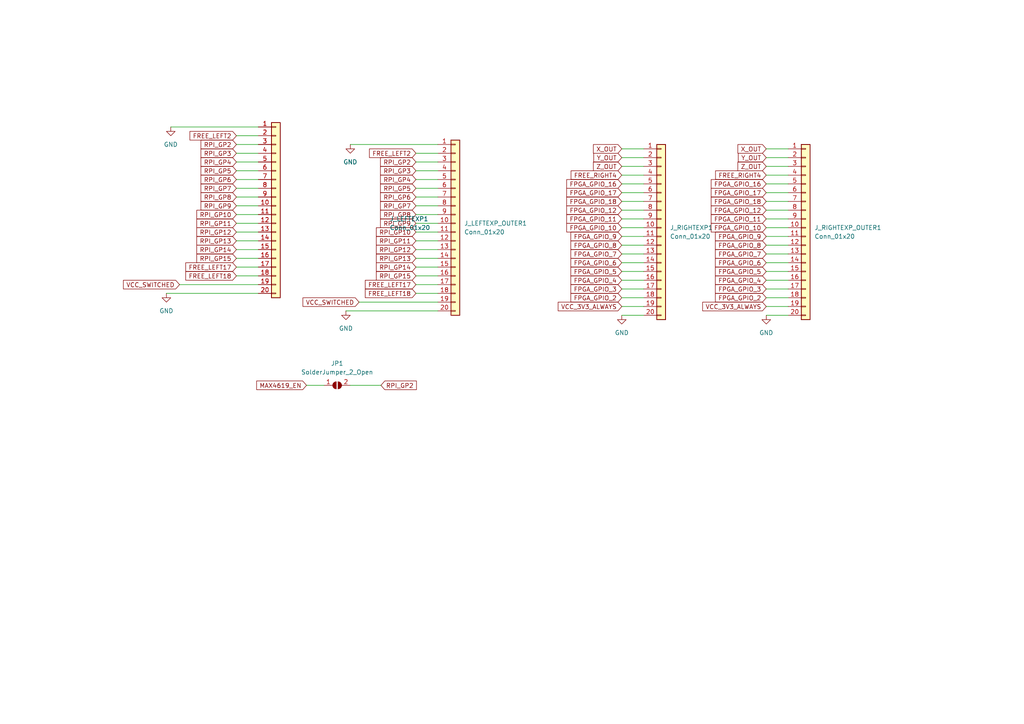
<source format=kicad_sch>
(kicad_sch (version 20211123) (generator eeschema)

  (uuid 003f2692-5143-4eae-88dd-304a34aeb19b)

  (paper "A4")

  (lib_symbols
    (symbol "Connector_Generic:Conn_01x20" (pin_names (offset 1.016) hide) (in_bom yes) (on_board yes)
      (property "Reference" "J" (id 0) (at 0 25.4 0)
        (effects (font (size 1.27 1.27)))
      )
      (property "Value" "Conn_01x20" (id 1) (at 0 -27.94 0)
        (effects (font (size 1.27 1.27)))
      )
      (property "Footprint" "" (id 2) (at 0 0 0)
        (effects (font (size 1.27 1.27)) hide)
      )
      (property "Datasheet" "~" (id 3) (at 0 0 0)
        (effects (font (size 1.27 1.27)) hide)
      )
      (property "ki_keywords" "connector" (id 4) (at 0 0 0)
        (effects (font (size 1.27 1.27)) hide)
      )
      (property "ki_description" "Generic connector, single row, 01x20, script generated (kicad-library-utils/schlib/autogen/connector/)" (id 5) (at 0 0 0)
        (effects (font (size 1.27 1.27)) hide)
      )
      (property "ki_fp_filters" "Connector*:*_1x??_*" (id 6) (at 0 0 0)
        (effects (font (size 1.27 1.27)) hide)
      )
      (symbol "Conn_01x20_1_1"
        (rectangle (start -1.27 -25.273) (end 0 -25.527)
          (stroke (width 0.1524) (type default) (color 0 0 0 0))
          (fill (type none))
        )
        (rectangle (start -1.27 -22.733) (end 0 -22.987)
          (stroke (width 0.1524) (type default) (color 0 0 0 0))
          (fill (type none))
        )
        (rectangle (start -1.27 -20.193) (end 0 -20.447)
          (stroke (width 0.1524) (type default) (color 0 0 0 0))
          (fill (type none))
        )
        (rectangle (start -1.27 -17.653) (end 0 -17.907)
          (stroke (width 0.1524) (type default) (color 0 0 0 0))
          (fill (type none))
        )
        (rectangle (start -1.27 -15.113) (end 0 -15.367)
          (stroke (width 0.1524) (type default) (color 0 0 0 0))
          (fill (type none))
        )
        (rectangle (start -1.27 -12.573) (end 0 -12.827)
          (stroke (width 0.1524) (type default) (color 0 0 0 0))
          (fill (type none))
        )
        (rectangle (start -1.27 -10.033) (end 0 -10.287)
          (stroke (width 0.1524) (type default) (color 0 0 0 0))
          (fill (type none))
        )
        (rectangle (start -1.27 -7.493) (end 0 -7.747)
          (stroke (width 0.1524) (type default) (color 0 0 0 0))
          (fill (type none))
        )
        (rectangle (start -1.27 -4.953) (end 0 -5.207)
          (stroke (width 0.1524) (type default) (color 0 0 0 0))
          (fill (type none))
        )
        (rectangle (start -1.27 -2.413) (end 0 -2.667)
          (stroke (width 0.1524) (type default) (color 0 0 0 0))
          (fill (type none))
        )
        (rectangle (start -1.27 0.127) (end 0 -0.127)
          (stroke (width 0.1524) (type default) (color 0 0 0 0))
          (fill (type none))
        )
        (rectangle (start -1.27 2.667) (end 0 2.413)
          (stroke (width 0.1524) (type default) (color 0 0 0 0))
          (fill (type none))
        )
        (rectangle (start -1.27 5.207) (end 0 4.953)
          (stroke (width 0.1524) (type default) (color 0 0 0 0))
          (fill (type none))
        )
        (rectangle (start -1.27 7.747) (end 0 7.493)
          (stroke (width 0.1524) (type default) (color 0 0 0 0))
          (fill (type none))
        )
        (rectangle (start -1.27 10.287) (end 0 10.033)
          (stroke (width 0.1524) (type default) (color 0 0 0 0))
          (fill (type none))
        )
        (rectangle (start -1.27 12.827) (end 0 12.573)
          (stroke (width 0.1524) (type default) (color 0 0 0 0))
          (fill (type none))
        )
        (rectangle (start -1.27 15.367) (end 0 15.113)
          (stroke (width 0.1524) (type default) (color 0 0 0 0))
          (fill (type none))
        )
        (rectangle (start -1.27 17.907) (end 0 17.653)
          (stroke (width 0.1524) (type default) (color 0 0 0 0))
          (fill (type none))
        )
        (rectangle (start -1.27 20.447) (end 0 20.193)
          (stroke (width 0.1524) (type default) (color 0 0 0 0))
          (fill (type none))
        )
        (rectangle (start -1.27 22.987) (end 0 22.733)
          (stroke (width 0.1524) (type default) (color 0 0 0 0))
          (fill (type none))
        )
        (rectangle (start -1.27 24.13) (end 1.27 -26.67)
          (stroke (width 0.254) (type default) (color 0 0 0 0))
          (fill (type background))
        )
        (pin passive line (at -5.08 22.86 0) (length 3.81)
          (name "Pin_1" (effects (font (size 1.27 1.27))))
          (number "1" (effects (font (size 1.27 1.27))))
        )
        (pin passive line (at -5.08 0 0) (length 3.81)
          (name "Pin_10" (effects (font (size 1.27 1.27))))
          (number "10" (effects (font (size 1.27 1.27))))
        )
        (pin passive line (at -5.08 -2.54 0) (length 3.81)
          (name "Pin_11" (effects (font (size 1.27 1.27))))
          (number "11" (effects (font (size 1.27 1.27))))
        )
        (pin passive line (at -5.08 -5.08 0) (length 3.81)
          (name "Pin_12" (effects (font (size 1.27 1.27))))
          (number "12" (effects (font (size 1.27 1.27))))
        )
        (pin passive line (at -5.08 -7.62 0) (length 3.81)
          (name "Pin_13" (effects (font (size 1.27 1.27))))
          (number "13" (effects (font (size 1.27 1.27))))
        )
        (pin passive line (at -5.08 -10.16 0) (length 3.81)
          (name "Pin_14" (effects (font (size 1.27 1.27))))
          (number "14" (effects (font (size 1.27 1.27))))
        )
        (pin passive line (at -5.08 -12.7 0) (length 3.81)
          (name "Pin_15" (effects (font (size 1.27 1.27))))
          (number "15" (effects (font (size 1.27 1.27))))
        )
        (pin passive line (at -5.08 -15.24 0) (length 3.81)
          (name "Pin_16" (effects (font (size 1.27 1.27))))
          (number "16" (effects (font (size 1.27 1.27))))
        )
        (pin passive line (at -5.08 -17.78 0) (length 3.81)
          (name "Pin_17" (effects (font (size 1.27 1.27))))
          (number "17" (effects (font (size 1.27 1.27))))
        )
        (pin passive line (at -5.08 -20.32 0) (length 3.81)
          (name "Pin_18" (effects (font (size 1.27 1.27))))
          (number "18" (effects (font (size 1.27 1.27))))
        )
        (pin passive line (at -5.08 -22.86 0) (length 3.81)
          (name "Pin_19" (effects (font (size 1.27 1.27))))
          (number "19" (effects (font (size 1.27 1.27))))
        )
        (pin passive line (at -5.08 20.32 0) (length 3.81)
          (name "Pin_2" (effects (font (size 1.27 1.27))))
          (number "2" (effects (font (size 1.27 1.27))))
        )
        (pin passive line (at -5.08 -25.4 0) (length 3.81)
          (name "Pin_20" (effects (font (size 1.27 1.27))))
          (number "20" (effects (font (size 1.27 1.27))))
        )
        (pin passive line (at -5.08 17.78 0) (length 3.81)
          (name "Pin_3" (effects (font (size 1.27 1.27))))
          (number "3" (effects (font (size 1.27 1.27))))
        )
        (pin passive line (at -5.08 15.24 0) (length 3.81)
          (name "Pin_4" (effects (font (size 1.27 1.27))))
          (number "4" (effects (font (size 1.27 1.27))))
        )
        (pin passive line (at -5.08 12.7 0) (length 3.81)
          (name "Pin_5" (effects (font (size 1.27 1.27))))
          (number "5" (effects (font (size 1.27 1.27))))
        )
        (pin passive line (at -5.08 10.16 0) (length 3.81)
          (name "Pin_6" (effects (font (size 1.27 1.27))))
          (number "6" (effects (font (size 1.27 1.27))))
        )
        (pin passive line (at -5.08 7.62 0) (length 3.81)
          (name "Pin_7" (effects (font (size 1.27 1.27))))
          (number "7" (effects (font (size 1.27 1.27))))
        )
        (pin passive line (at -5.08 5.08 0) (length 3.81)
          (name "Pin_8" (effects (font (size 1.27 1.27))))
          (number "8" (effects (font (size 1.27 1.27))))
        )
        (pin passive line (at -5.08 2.54 0) (length 3.81)
          (name "Pin_9" (effects (font (size 1.27 1.27))))
          (number "9" (effects (font (size 1.27 1.27))))
        )
      )
    )
    (symbol "Jumper:SolderJumper_2_Open" (pin_names (offset 0) hide) (in_bom yes) (on_board yes)
      (property "Reference" "JP" (id 0) (at 0 2.032 0)
        (effects (font (size 1.27 1.27)))
      )
      (property "Value" "SolderJumper_2_Open" (id 1) (at 0 -2.54 0)
        (effects (font (size 1.27 1.27)))
      )
      (property "Footprint" "" (id 2) (at 0 0 0)
        (effects (font (size 1.27 1.27)) hide)
      )
      (property "Datasheet" "~" (id 3) (at 0 0 0)
        (effects (font (size 1.27 1.27)) hide)
      )
      (property "ki_keywords" "solder jumper SPST" (id 4) (at 0 0 0)
        (effects (font (size 1.27 1.27)) hide)
      )
      (property "ki_description" "Solder Jumper, 2-pole, open" (id 5) (at 0 0 0)
        (effects (font (size 1.27 1.27)) hide)
      )
      (property "ki_fp_filters" "SolderJumper*Open*" (id 6) (at 0 0 0)
        (effects (font (size 1.27 1.27)) hide)
      )
      (symbol "SolderJumper_2_Open_0_1"
        (arc (start -0.254 1.016) (mid -1.27 0) (end -0.254 -1.016)
          (stroke (width 0) (type default) (color 0 0 0 0))
          (fill (type none))
        )
        (arc (start -0.254 1.016) (mid -1.27 0) (end -0.254 -1.016)
          (stroke (width 0) (type default) (color 0 0 0 0))
          (fill (type outline))
        )
        (polyline
          (pts
            (xy -0.254 1.016)
            (xy -0.254 -1.016)
          )
          (stroke (width 0) (type default) (color 0 0 0 0))
          (fill (type none))
        )
        (polyline
          (pts
            (xy 0.254 1.016)
            (xy 0.254 -1.016)
          )
          (stroke (width 0) (type default) (color 0 0 0 0))
          (fill (type none))
        )
        (arc (start 0.254 -1.016) (mid 1.27 0) (end 0.254 1.016)
          (stroke (width 0) (type default) (color 0 0 0 0))
          (fill (type none))
        )
        (arc (start 0.254 -1.016) (mid 1.27 0) (end 0.254 1.016)
          (stroke (width 0) (type default) (color 0 0 0 0))
          (fill (type outline))
        )
      )
      (symbol "SolderJumper_2_Open_1_1"
        (pin passive line (at -3.81 0 0) (length 2.54)
          (name "A" (effects (font (size 1.27 1.27))))
          (number "1" (effects (font (size 1.27 1.27))))
        )
        (pin passive line (at 3.81 0 180) (length 2.54)
          (name "B" (effects (font (size 1.27 1.27))))
          (number "2" (effects (font (size 1.27 1.27))))
        )
      )
    )
    (symbol "power:GND" (power) (pin_names (offset 0)) (in_bom yes) (on_board yes)
      (property "Reference" "#PWR" (id 0) (at 0 -6.35 0)
        (effects (font (size 1.27 1.27)) hide)
      )
      (property "Value" "GND" (id 1) (at 0 -3.81 0)
        (effects (font (size 1.27 1.27)))
      )
      (property "Footprint" "" (id 2) (at 0 0 0)
        (effects (font (size 1.27 1.27)) hide)
      )
      (property "Datasheet" "" (id 3) (at 0 0 0)
        (effects (font (size 1.27 1.27)) hide)
      )
      (property "ki_keywords" "power-flag" (id 4) (at 0 0 0)
        (effects (font (size 1.27 1.27)) hide)
      )
      (property "ki_description" "Power symbol creates a global label with name \"GND\" , ground" (id 5) (at 0 0 0)
        (effects (font (size 1.27 1.27)) hide)
      )
      (symbol "GND_0_1"
        (polyline
          (pts
            (xy 0 0)
            (xy 0 -1.27)
            (xy 1.27 -1.27)
            (xy 0 -2.54)
            (xy -1.27 -1.27)
            (xy 0 -1.27)
          )
          (stroke (width 0) (type default) (color 0 0 0 0))
          (fill (type none))
        )
      )
      (symbol "GND_1_1"
        (pin power_in line (at 0 0 270) (length 0) hide
          (name "GND" (effects (font (size 1.27 1.27))))
          (number "1" (effects (font (size 1.27 1.27))))
        )
      )
    )
  )


  (wire (pts (xy 101.6 41.91) (xy 127 41.91))
    (stroke (width 0) (type default) (color 0 0 0 0))
    (uuid 0012640c-8cce-4ec1-9df6-620f19009ec0)
  )
  (wire (pts (xy 68.58 67.31) (xy 74.93 67.31))
    (stroke (width 0) (type default) (color 0 0 0 0))
    (uuid 01346372-1e0d-4362-8009-03c9fefeb107)
  )
  (wire (pts (xy 180.34 63.5) (xy 186.69 63.5))
    (stroke (width 0) (type default) (color 0 0 0 0))
    (uuid 03c28cde-2459-4436-8eda-44ba75517858)
  )
  (wire (pts (xy 68.58 54.61) (xy 74.93 54.61))
    (stroke (width 0) (type default) (color 0 0 0 0))
    (uuid 09abf60e-a43e-4c2b-87ee-053ffcaeee98)
  )
  (wire (pts (xy 180.34 45.72) (xy 186.69 45.72))
    (stroke (width 0) (type default) (color 0 0 0 0))
    (uuid 0a349057-0655-40fc-8532-cef6d46f2115)
  )
  (wire (pts (xy 180.34 43.18) (xy 186.69 43.18))
    (stroke (width 0) (type default) (color 0 0 0 0))
    (uuid 0a63e8b3-9fc6-433e-8137-16139e17e899)
  )
  (wire (pts (xy 68.58 44.45) (xy 74.93 44.45))
    (stroke (width 0) (type default) (color 0 0 0 0))
    (uuid 0b0050a2-b7bb-43d4-8b48-3fb7520268e4)
  )
  (wire (pts (xy 222.25 78.74) (xy 228.6 78.74))
    (stroke (width 0) (type default) (color 0 0 0 0))
    (uuid 1108cf9e-a54d-4de8-96ee-f63dd0f5b9c3)
  )
  (wire (pts (xy 222.25 81.28) (xy 228.6 81.28))
    (stroke (width 0) (type default) (color 0 0 0 0))
    (uuid 15a2b610-f69e-40dd-bc33-e693258e260e)
  )
  (wire (pts (xy 104.14 87.63) (xy 127 87.63))
    (stroke (width 0) (type default) (color 0 0 0 0))
    (uuid 1dea6a12-8c22-467c-a790-a947bbd18536)
  )
  (wire (pts (xy 68.58 62.23) (xy 74.93 62.23))
    (stroke (width 0) (type default) (color 0 0 0 0))
    (uuid 1e5802fb-0600-4268-a1e5-082fc6768c02)
  )
  (wire (pts (xy 68.58 57.15) (xy 74.93 57.15))
    (stroke (width 0) (type default) (color 0 0 0 0))
    (uuid 20339fd6-0c77-4750-b433-8e94c1abd406)
  )
  (wire (pts (xy 180.34 50.8) (xy 186.69 50.8))
    (stroke (width 0) (type default) (color 0 0 0 0))
    (uuid 20f6594b-8110-4dfe-950b-a4b3b09bf48f)
  )
  (wire (pts (xy 68.58 74.93) (xy 74.93 74.93))
    (stroke (width 0) (type default) (color 0 0 0 0))
    (uuid 25533391-a0c2-420c-b590-a62d19b852c0)
  )
  (wire (pts (xy 222.25 86.36) (xy 228.6 86.36))
    (stroke (width 0) (type default) (color 0 0 0 0))
    (uuid 2b2176b0-0e48-443f-a959-bae3fbea0b77)
  )
  (wire (pts (xy 120.65 49.53) (xy 127 49.53))
    (stroke (width 0) (type default) (color 0 0 0 0))
    (uuid 303263bf-74d3-4479-97b3-d5b549e7158e)
  )
  (wire (pts (xy 222.25 60.96) (xy 228.6 60.96))
    (stroke (width 0) (type default) (color 0 0 0 0))
    (uuid 363ecbe1-c4d4-44c8-954b-240ab74d2efc)
  )
  (wire (pts (xy 180.34 86.36) (xy 186.69 86.36))
    (stroke (width 0) (type default) (color 0 0 0 0))
    (uuid 37648725-119c-4a99-8352-51d93b7a32e2)
  )
  (wire (pts (xy 120.65 85.09) (xy 127 85.09))
    (stroke (width 0) (type default) (color 0 0 0 0))
    (uuid 3acf68f8-7314-4493-8243-17a363d9390b)
  )
  (wire (pts (xy 180.34 53.34) (xy 186.69 53.34))
    (stroke (width 0) (type default) (color 0 0 0 0))
    (uuid 3b7bd731-84d4-4e0d-ad3b-240f0391f8c4)
  )
  (wire (pts (xy 68.58 52.07) (xy 74.93 52.07))
    (stroke (width 0) (type default) (color 0 0 0 0))
    (uuid 3bdcb393-c421-4b9b-a50d-fd24c5fbb107)
  )
  (wire (pts (xy 120.65 69.85) (xy 127 69.85))
    (stroke (width 0) (type default) (color 0 0 0 0))
    (uuid 3e7e759c-40bc-4265-a2de-329bcd050db4)
  )
  (wire (pts (xy 180.34 91.44) (xy 186.69 91.44))
    (stroke (width 0) (type default) (color 0 0 0 0))
    (uuid 407956be-ab8a-4860-97a7-de852fa13133)
  )
  (wire (pts (xy 222.25 88.9) (xy 228.6 88.9))
    (stroke (width 0) (type default) (color 0 0 0 0))
    (uuid 42c8bfbf-2d29-4ed4-b487-91031d191ef6)
  )
  (wire (pts (xy 180.34 58.42) (xy 186.69 58.42))
    (stroke (width 0) (type default) (color 0 0 0 0))
    (uuid 47376ffd-d487-4d02-9153-36ce75a6f672)
  )
  (wire (pts (xy 120.65 82.55) (xy 127 82.55))
    (stroke (width 0) (type default) (color 0 0 0 0))
    (uuid 4b6141b8-f5bb-4085-a45e-26313365e5d8)
  )
  (wire (pts (xy 222.25 55.88) (xy 228.6 55.88))
    (stroke (width 0) (type default) (color 0 0 0 0))
    (uuid 4c36d66f-a762-4e24-8e26-645355e6130f)
  )
  (wire (pts (xy 180.34 81.28) (xy 186.69 81.28))
    (stroke (width 0) (type default) (color 0 0 0 0))
    (uuid 5002ea5f-b781-4aa0-aff0-3e3641c91a1b)
  )
  (wire (pts (xy 120.65 59.69) (xy 127 59.69))
    (stroke (width 0) (type default) (color 0 0 0 0))
    (uuid 50cf4846-bd2d-48b2-94b2-93c403c8c6ee)
  )
  (wire (pts (xy 180.34 60.96) (xy 186.69 60.96))
    (stroke (width 0) (type default) (color 0 0 0 0))
    (uuid 50f2af52-ce63-4b7e-8ca8-bae9052cf2d3)
  )
  (wire (pts (xy 100.33 90.17) (xy 127 90.17))
    (stroke (width 0) (type default) (color 0 0 0 0))
    (uuid 512afda3-d885-4d4f-a189-e80f1b734f3f)
  )
  (wire (pts (xy 120.65 52.07) (xy 127 52.07))
    (stroke (width 0) (type default) (color 0 0 0 0))
    (uuid 513e7f7a-1751-4f89-9ee6-350b589b89fb)
  )
  (wire (pts (xy 180.34 83.82) (xy 186.69 83.82))
    (stroke (width 0) (type default) (color 0 0 0 0))
    (uuid 54c7809b-d5d2-4050-a4cc-e2342f5080d8)
  )
  (wire (pts (xy 68.58 41.91) (xy 74.93 41.91))
    (stroke (width 0) (type default) (color 0 0 0 0))
    (uuid 5646725c-172b-4705-ace0-d1c17453214f)
  )
  (wire (pts (xy 68.58 69.85) (xy 74.93 69.85))
    (stroke (width 0) (type default) (color 0 0 0 0))
    (uuid 56dcb61d-9392-4ead-a46a-25a0c4f303c8)
  )
  (wire (pts (xy 222.25 50.8) (xy 228.6 50.8))
    (stroke (width 0) (type default) (color 0 0 0 0))
    (uuid 5a02a41b-0c6f-4713-be34-fba68563408e)
  )
  (wire (pts (xy 222.25 43.18) (xy 228.6 43.18))
    (stroke (width 0) (type default) (color 0 0 0 0))
    (uuid 5a2f55bb-1636-46ff-9214-335ebc94d213)
  )
  (wire (pts (xy 48.26 85.09) (xy 74.93 85.09))
    (stroke (width 0) (type default) (color 0 0 0 0))
    (uuid 5bdc402c-5da8-455a-83e3-257fdfa0e16d)
  )
  (wire (pts (xy 222.25 66.04) (xy 228.6 66.04))
    (stroke (width 0) (type default) (color 0 0 0 0))
    (uuid 5cd0f9d8-c7c3-47a5-a65e-df8bbe2c0b9c)
  )
  (wire (pts (xy 222.25 91.44) (xy 228.6 91.44))
    (stroke (width 0) (type default) (color 0 0 0 0))
    (uuid 5d5053f5-6d2f-4b75-b12f-d58c84438a16)
  )
  (wire (pts (xy 120.65 80.01) (xy 127 80.01))
    (stroke (width 0) (type default) (color 0 0 0 0))
    (uuid 5e7cbaee-d0d6-4bab-a60a-cb9d3d66de62)
  )
  (wire (pts (xy 120.65 77.47) (xy 127 77.47))
    (stroke (width 0) (type default) (color 0 0 0 0))
    (uuid 60d12558-f504-4683-99ea-6cbf8b08d857)
  )
  (wire (pts (xy 180.34 48.26) (xy 186.69 48.26))
    (stroke (width 0) (type default) (color 0 0 0 0))
    (uuid 614cf0fc-2cfa-4af9-9853-356441350217)
  )
  (wire (pts (xy 68.58 46.99) (xy 74.93 46.99))
    (stroke (width 0) (type default) (color 0 0 0 0))
    (uuid 6aa63a38-6eb4-4d70-b2a8-b648eb17f1bc)
  )
  (wire (pts (xy 68.58 64.77) (xy 74.93 64.77))
    (stroke (width 0) (type default) (color 0 0 0 0))
    (uuid 6d77c5ce-618f-4ef9-8ac1-0d0167b435ac)
  )
  (wire (pts (xy 120.65 46.99) (xy 127 46.99))
    (stroke (width 0) (type default) (color 0 0 0 0))
    (uuid 6dae09ff-9003-4c00-8cbc-eca0fc312be9)
  )
  (wire (pts (xy 49.53 36.83) (xy 74.93 36.83))
    (stroke (width 0) (type default) (color 0 0 0 0))
    (uuid 6ed20188-4161-47d8-8e69-c4e8e8db8c5e)
  )
  (wire (pts (xy 120.65 62.23) (xy 127 62.23))
    (stroke (width 0) (type default) (color 0 0 0 0))
    (uuid 720f5f47-77e4-46da-874e-178002c0cd18)
  )
  (wire (pts (xy 120.65 67.31) (xy 127 67.31))
    (stroke (width 0) (type default) (color 0 0 0 0))
    (uuid 73c265af-e94b-480f-9df9-600c13dc1cca)
  )
  (wire (pts (xy 222.25 68.58) (xy 228.6 68.58))
    (stroke (width 0) (type default) (color 0 0 0 0))
    (uuid 7b25728b-fcb8-422d-b45f-317a19b470e1)
  )
  (wire (pts (xy 180.34 88.9) (xy 186.69 88.9))
    (stroke (width 0) (type default) (color 0 0 0 0))
    (uuid 8209cbab-5cab-4d4f-b5a7-f33e298a29c1)
  )
  (wire (pts (xy 120.65 74.93) (xy 127 74.93))
    (stroke (width 0) (type default) (color 0 0 0 0))
    (uuid 86228605-43e0-4ac1-bad3-6a2393265c7a)
  )
  (wire (pts (xy 120.65 64.77) (xy 127 64.77))
    (stroke (width 0) (type default) (color 0 0 0 0))
    (uuid 8821da89-0c44-43cc-9cff-d5d3710eab2a)
  )
  (wire (pts (xy 222.25 53.34) (xy 228.6 53.34))
    (stroke (width 0) (type default) (color 0 0 0 0))
    (uuid 88e0f6d5-48e7-4498-93da-eeff037ad9e4)
  )
  (wire (pts (xy 88.9 111.76) (xy 93.98 111.76))
    (stroke (width 0) (type default) (color 0 0 0 0))
    (uuid 895b04ae-4b52-4a26-a3f2-1a17cde8d7ca)
  )
  (wire (pts (xy 120.65 72.39) (xy 127 72.39))
    (stroke (width 0) (type default) (color 0 0 0 0))
    (uuid 89d742b4-5441-4654-879e-e072e969df2a)
  )
  (wire (pts (xy 180.34 78.74) (xy 186.69 78.74))
    (stroke (width 0) (type default) (color 0 0 0 0))
    (uuid 95375cd5-a94e-4348-a066-879b4dd976c2)
  )
  (wire (pts (xy 68.58 72.39) (xy 74.93 72.39))
    (stroke (width 0) (type default) (color 0 0 0 0))
    (uuid 969013b4-783c-44b8-8972-565973f80b15)
  )
  (wire (pts (xy 180.34 68.58) (xy 186.69 68.58))
    (stroke (width 0) (type default) (color 0 0 0 0))
    (uuid 9a2a7ae6-49da-4e43-a6cd-9b7aa4ea3aab)
  )
  (wire (pts (xy 68.58 49.53) (xy 74.93 49.53))
    (stroke (width 0) (type default) (color 0 0 0 0))
    (uuid a047a36e-0548-47a4-8de2-075a945f695f)
  )
  (wire (pts (xy 180.34 55.88) (xy 186.69 55.88))
    (stroke (width 0) (type default) (color 0 0 0 0))
    (uuid a90b9dc4-0e1a-406e-876a-80a5b4add2f1)
  )
  (wire (pts (xy 222.25 76.2) (xy 228.6 76.2))
    (stroke (width 0) (type default) (color 0 0 0 0))
    (uuid a9964b7d-16ab-4980-a8ee-9e18592aa3f7)
  )
  (wire (pts (xy 180.34 76.2) (xy 186.69 76.2))
    (stroke (width 0) (type default) (color 0 0 0 0))
    (uuid b03c7d84-e2b4-40f5-b3fa-26eba8528f1e)
  )
  (wire (pts (xy 222.25 48.26) (xy 228.6 48.26))
    (stroke (width 0) (type default) (color 0 0 0 0))
    (uuid b6f65abb-d5e6-4e56-96e9-7dd6f29be1f8)
  )
  (wire (pts (xy 120.65 57.15) (xy 127 57.15))
    (stroke (width 0) (type default) (color 0 0 0 0))
    (uuid bb47bd20-fc4e-4202-bb68-d29939ad98e5)
  )
  (wire (pts (xy 222.25 58.42) (xy 228.6 58.42))
    (stroke (width 0) (type default) (color 0 0 0 0))
    (uuid bc28b63f-d70d-4312-acad-7af375241d44)
  )
  (wire (pts (xy 180.34 73.66) (xy 186.69 73.66))
    (stroke (width 0) (type default) (color 0 0 0 0))
    (uuid bdfc87ab-abbd-4693-990b-253ded41d535)
  )
  (wire (pts (xy 222.25 45.72) (xy 228.6 45.72))
    (stroke (width 0) (type default) (color 0 0 0 0))
    (uuid bfa71f94-1958-4993-ae7e-3b71ef177653)
  )
  (wire (pts (xy 68.58 77.47) (xy 74.93 77.47))
    (stroke (width 0) (type default) (color 0 0 0 0))
    (uuid c2ac9826-79ba-4ffb-80dc-c31136c68966)
  )
  (wire (pts (xy 180.34 66.04) (xy 186.69 66.04))
    (stroke (width 0) (type default) (color 0 0 0 0))
    (uuid cfb3e412-dbc1-41d3-8555-c74ae0cc43c2)
  )
  (wire (pts (xy 222.25 63.5) (xy 228.6 63.5))
    (stroke (width 0) (type default) (color 0 0 0 0))
    (uuid d0a3ea7a-1583-4afd-b920-42e6a54151ba)
  )
  (wire (pts (xy 68.58 80.01) (xy 74.93 80.01))
    (stroke (width 0) (type default) (color 0 0 0 0))
    (uuid d419b6b3-cb31-4ff0-b4d6-d95904f6cafe)
  )
  (wire (pts (xy 222.25 73.66) (xy 228.6 73.66))
    (stroke (width 0) (type default) (color 0 0 0 0))
    (uuid d56f4c81-16d0-4106-994f-57a82b281e45)
  )
  (wire (pts (xy 180.34 71.12) (xy 186.69 71.12))
    (stroke (width 0) (type default) (color 0 0 0 0))
    (uuid d7bc1953-9987-4d8b-8ef5-f05e6511f31d)
  )
  (wire (pts (xy 120.65 54.61) (xy 127 54.61))
    (stroke (width 0) (type default) (color 0 0 0 0))
    (uuid d8a35c04-2acf-4281-b39a-dfcf2a6104b6)
  )
  (wire (pts (xy 222.25 71.12) (xy 228.6 71.12))
    (stroke (width 0) (type default) (color 0 0 0 0))
    (uuid ddf332f1-30d8-4a7c-a78a-d9cd258ce6bb)
  )
  (wire (pts (xy 52.07 82.55) (xy 74.93 82.55))
    (stroke (width 0) (type default) (color 0 0 0 0))
    (uuid ea8ae9e7-9257-4ef4-b4fd-958fd7da2f47)
  )
  (wire (pts (xy 120.65 44.45) (xy 127 44.45))
    (stroke (width 0) (type default) (color 0 0 0 0))
    (uuid ed14f78e-f619-4c5d-bb22-0f8054d10871)
  )
  (wire (pts (xy 68.58 59.69) (xy 74.93 59.69))
    (stroke (width 0) (type default) (color 0 0 0 0))
    (uuid eebd9c1d-0205-4abf-b0f7-a8a2c223e087)
  )
  (wire (pts (xy 68.58 39.37) (xy 74.93 39.37))
    (stroke (width 0) (type default) (color 0 0 0 0))
    (uuid ef2d1d38-50a6-435e-bb23-ed4ebe2a5d7f)
  )
  (wire (pts (xy 101.6 111.76) (xy 110.49 111.76))
    (stroke (width 0) (type default) (color 0 0 0 0))
    (uuid f41b401c-bedd-4dbe-8a8c-17eca12d8fcf)
  )
  (wire (pts (xy 222.25 83.82) (xy 228.6 83.82))
    (stroke (width 0) (type default) (color 0 0 0 0))
    (uuid faf82944-1d97-49f2-a8a6-bbebeffef336)
  )

  (global_label "FPGA_GPIO_8" (shape input) (at 222.25 71.12 180) (fields_autoplaced)
    (effects (font (size 1.27 1.27)) (justify right))
    (uuid 00007d27-6c69-45f6-b65b-39a9ad2981a7)
    (property "Intersheet References" "${INTERSHEET_REFS}" (id 0) (at 207.4998 71.1994 0)
      (effects (font (size 1.27 1.27)) (justify right) hide)
    )
  )
  (global_label "X_OUT" (shape input) (at 222.25 43.18 180) (fields_autoplaced)
    (effects (font (size 1.27 1.27)) (justify right))
    (uuid 011a46b1-9edc-482a-b6f9-6993ca328d7a)
    (property "Intersheet References" "${INTERSHEET_REFS}" (id 0) (at 214.0312 43.1006 0)
      (effects (font (size 1.27 1.27)) (justify right) hide)
    )
  )
  (global_label "FREE_LEFT2" (shape input) (at 120.65 44.45 180) (fields_autoplaced)
    (effects (font (size 1.27 1.27)) (justify right))
    (uuid 035da8db-8f9f-43a0-af46-d59fbdbb90f0)
    (property "Intersheet References" "${INTERSHEET_REFS}" (id 0) (at 107.1698 44.3706 0)
      (effects (font (size 1.27 1.27)) (justify right) hide)
    )
  )
  (global_label "FPGA_GPIO_3" (shape input) (at 180.34 83.82 180) (fields_autoplaced)
    (effects (font (size 1.27 1.27)) (justify right))
    (uuid 0481d5a0-65ea-4fbc-9e08-2e1dd8f8d369)
    (property "Intersheet References" "${INTERSHEET_REFS}" (id 0) (at 165.5898 83.8994 0)
      (effects (font (size 1.27 1.27)) (justify right) hide)
    )
  )
  (global_label "RPI_GP9" (shape input) (at 68.58 59.69 180) (fields_autoplaced)
    (effects (font (size 1.27 1.27)) (justify right))
    (uuid 07fd56a2-b5d9-4096-9ac1-b2081ce86e55)
    (property "Intersheet References" "${INTERSHEET_REFS}" (id 0) (at 58.305 59.6106 0)
      (effects (font (size 1.27 1.27)) (justify right) hide)
    )
  )
  (global_label "RPI_GP7" (shape input) (at 120.65 59.69 180) (fields_autoplaced)
    (effects (font (size 1.27 1.27)) (justify right))
    (uuid 081fc7b9-6220-41eb-b459-ef07f40f946a)
    (property "Intersheet References" "${INTERSHEET_REFS}" (id 0) (at 110.375 59.6106 0)
      (effects (font (size 1.27 1.27)) (justify right) hide)
    )
  )
  (global_label "FPGA_GPIO_18" (shape input) (at 180.34 58.42 180) (fields_autoplaced)
    (effects (font (size 1.27 1.27)) (justify right))
    (uuid 0af282c7-64de-4383-bf9e-caac03343189)
    (property "Intersheet References" "${INTERSHEET_REFS}" (id 0) (at 164.3802 58.3406 0)
      (effects (font (size 1.27 1.27)) (justify right) hide)
    )
  )
  (global_label "RPI_GP7" (shape input) (at 68.58 54.61 180) (fields_autoplaced)
    (effects (font (size 1.27 1.27)) (justify right))
    (uuid 0b06d45d-2156-46e5-94ea-9d50fd4986e9)
    (property "Intersheet References" "${INTERSHEET_REFS}" (id 0) (at 58.305 54.5306 0)
      (effects (font (size 1.27 1.27)) (justify right) hide)
    )
  )
  (global_label "FPGA_GPIO_7" (shape input) (at 180.34 73.66 180) (fields_autoplaced)
    (effects (font (size 1.27 1.27)) (justify right))
    (uuid 0b171555-675d-4e13-85de-5e722f99a049)
    (property "Intersheet References" "${INTERSHEET_REFS}" (id 0) (at 165.5898 73.7394 0)
      (effects (font (size 1.27 1.27)) (justify right) hide)
    )
  )
  (global_label "RPI_GP11" (shape input) (at 120.65 69.85 180) (fields_autoplaced)
    (effects (font (size 1.27 1.27)) (justify right))
    (uuid 1bd974b7-3efd-4a8e-81e8-8e368fad83ff)
    (property "Intersheet References" "${INTERSHEET_REFS}" (id 0) (at 109.1655 69.7706 0)
      (effects (font (size 1.27 1.27)) (justify right) hide)
    )
  )
  (global_label "RPI_GP6" (shape input) (at 68.58 52.07 180) (fields_autoplaced)
    (effects (font (size 1.27 1.27)) (justify right))
    (uuid 1fa928e8-184f-4354-b9aa-dd8f4d076f54)
    (property "Intersheet References" "${INTERSHEET_REFS}" (id 0) (at 58.305 51.9906 0)
      (effects (font (size 1.27 1.27)) (justify right) hide)
    )
  )
  (global_label "FPGA_GPIO_11" (shape input) (at 180.34 63.5 180) (fields_autoplaced)
    (effects (font (size 1.27 1.27)) (justify right))
    (uuid 1fee9555-dd45-47b0-a864-c9b8de9b8123)
    (property "Intersheet References" "${INTERSHEET_REFS}" (id 0) (at 164.3802 63.5794 0)
      (effects (font (size 1.27 1.27)) (justify right) hide)
    )
  )
  (global_label "FPGA_GPIO_17" (shape input) (at 222.25 55.88 180) (fields_autoplaced)
    (effects (font (size 1.27 1.27)) (justify right))
    (uuid 226be7c3-8e3e-4f7a-8e7d-85d65ea73192)
    (property "Intersheet References" "${INTERSHEET_REFS}" (id 0) (at 206.2902 55.8006 0)
      (effects (font (size 1.27 1.27)) (justify right) hide)
    )
  )
  (global_label "FREE_RIGHT4" (shape input) (at 222.25 50.8 180) (fields_autoplaced)
    (effects (font (size 1.27 1.27)) (justify right))
    (uuid 2608dc09-d68e-417e-a24e-8efe92515d07)
    (property "Intersheet References" "${INTERSHEET_REFS}" (id 0) (at 207.5602 50.7206 0)
      (effects (font (size 1.27 1.27)) (justify right) hide)
    )
  )
  (global_label "VCC_SWITCHED" (shape input) (at 104.14 87.63 180) (fields_autoplaced)
    (effects (font (size 1.27 1.27)) (justify right))
    (uuid 26fdcd4a-7a9d-4434-aff9-30fb6090bc17)
    (property "Intersheet References" "${INTERSHEET_REFS}" (id 0) (at 87.8779 87.7094 0)
      (effects (font (size 1.27 1.27)) (justify right) hide)
    )
  )
  (global_label "FPGA_GPIO_6" (shape input) (at 222.25 76.2 180) (fields_autoplaced)
    (effects (font (size 1.27 1.27)) (justify right))
    (uuid 296226df-f323-4220-a62f-80398220ad7d)
    (property "Intersheet References" "${INTERSHEET_REFS}" (id 0) (at 207.4998 76.2794 0)
      (effects (font (size 1.27 1.27)) (justify right) hide)
    )
  )
  (global_label "Y_OUT" (shape input) (at 222.25 45.72 180) (fields_autoplaced)
    (effects (font (size 1.27 1.27)) (justify right))
    (uuid 2b205c54-6b6f-4d5b-be49-303ee5bfa1b7)
    (property "Intersheet References" "${INTERSHEET_REFS}" (id 0) (at 214.1521 45.6406 0)
      (effects (font (size 1.27 1.27)) (justify right) hide)
    )
  )
  (global_label "RPI_GP8" (shape input) (at 68.58 57.15 180) (fields_autoplaced)
    (effects (font (size 1.27 1.27)) (justify right))
    (uuid 30be72b4-589c-43c3-97a4-4ffff546523d)
    (property "Intersheet References" "${INTERSHEET_REFS}" (id 0) (at 58.305 57.0706 0)
      (effects (font (size 1.27 1.27)) (justify right) hide)
    )
  )
  (global_label "RPI_GP15" (shape input) (at 68.58 74.93 180) (fields_autoplaced)
    (effects (font (size 1.27 1.27)) (justify right))
    (uuid 3684ca56-4eee-43fc-8aea-b9b44baafcc6)
    (property "Intersheet References" "${INTERSHEET_REFS}" (id 0) (at 57.0955 74.8506 0)
      (effects (font (size 1.27 1.27)) (justify right) hide)
    )
  )
  (global_label "RPI_GP15" (shape input) (at 120.65 80.01 180) (fields_autoplaced)
    (effects (font (size 1.27 1.27)) (justify right))
    (uuid 3919e116-2ae0-44f1-835a-b8ca8dc3cb45)
    (property "Intersheet References" "${INTERSHEET_REFS}" (id 0) (at 109.1655 79.9306 0)
      (effects (font (size 1.27 1.27)) (justify right) hide)
    )
  )
  (global_label "RPI_GP5" (shape input) (at 68.58 49.53 180) (fields_autoplaced)
    (effects (font (size 1.27 1.27)) (justify right))
    (uuid 3c8966ac-7f32-46a0-8f31-1d0a348d3f4b)
    (property "Intersheet References" "${INTERSHEET_REFS}" (id 0) (at 58.305 49.4506 0)
      (effects (font (size 1.27 1.27)) (justify right) hide)
    )
  )
  (global_label "FPGA_GPIO_4" (shape input) (at 180.34 81.28 180) (fields_autoplaced)
    (effects (font (size 1.27 1.27)) (justify right))
    (uuid 3cdae47e-74d4-42eb-bc06-5b1872f2235c)
    (property "Intersheet References" "${INTERSHEET_REFS}" (id 0) (at 165.5898 81.3594 0)
      (effects (font (size 1.27 1.27)) (justify right) hide)
    )
  )
  (global_label "RPI_GP13" (shape input) (at 120.65 74.93 180) (fields_autoplaced)
    (effects (font (size 1.27 1.27)) (justify right))
    (uuid 43bff89f-f1b1-46b0-9ac4-680595399fe7)
    (property "Intersheet References" "${INTERSHEET_REFS}" (id 0) (at 109.1655 74.8506 0)
      (effects (font (size 1.27 1.27)) (justify right) hide)
    )
  )
  (global_label "FREE_RIGHT4" (shape input) (at 180.34 50.8 180) (fields_autoplaced)
    (effects (font (size 1.27 1.27)) (justify right))
    (uuid 46efec51-0714-4d14-aee8-0a3d0f723d3e)
    (property "Intersheet References" "${INTERSHEET_REFS}" (id 0) (at 165.6502 50.7206 0)
      (effects (font (size 1.27 1.27)) (justify right) hide)
    )
  )
  (global_label "FPGA_GPIO_16" (shape input) (at 180.34 53.34 180) (fields_autoplaced)
    (effects (font (size 1.27 1.27)) (justify right))
    (uuid 47691be4-d2e6-4f95-8116-f78d17768e85)
    (property "Intersheet References" "${INTERSHEET_REFS}" (id 0) (at 164.3802 53.2606 0)
      (effects (font (size 1.27 1.27)) (justify right) hide)
    )
  )
  (global_label "FPGA_GPIO_9" (shape input) (at 180.34 68.58 180) (fields_autoplaced)
    (effects (font (size 1.27 1.27)) (justify right))
    (uuid 481fde85-e788-494e-9dde-e0f4848bb74e)
    (property "Intersheet References" "${INTERSHEET_REFS}" (id 0) (at 165.5898 68.6594 0)
      (effects (font (size 1.27 1.27)) (justify right) hide)
    )
  )
  (global_label "RPI_GP12" (shape input) (at 68.58 67.31 180) (fields_autoplaced)
    (effects (font (size 1.27 1.27)) (justify right))
    (uuid 485695d7-9566-4b79-a9cf-d5a56d99c7b8)
    (property "Intersheet References" "${INTERSHEET_REFS}" (id 0) (at 57.0955 67.2306 0)
      (effects (font (size 1.27 1.27)) (justify right) hide)
    )
  )
  (global_label "RPI_GP10" (shape input) (at 68.58 62.23 180) (fields_autoplaced)
    (effects (font (size 1.27 1.27)) (justify right))
    (uuid 4fd8e65c-f5a5-425d-9c20-d5bf542de3fd)
    (property "Intersheet References" "${INTERSHEET_REFS}" (id 0) (at 57.0955 62.1506 0)
      (effects (font (size 1.27 1.27)) (justify right) hide)
    )
  )
  (global_label "FPGA_GPIO_2" (shape input) (at 180.34 86.36 180) (fields_autoplaced)
    (effects (font (size 1.27 1.27)) (justify right))
    (uuid 4feecb94-de45-44cf-af7d-36c393bb52f5)
    (property "Intersheet References" "${INTERSHEET_REFS}" (id 0) (at 165.5898 86.4394 0)
      (effects (font (size 1.27 1.27)) (justify right) hide)
    )
  )
  (global_label "VCC_SWITCHED" (shape input) (at 52.07 82.55 180) (fields_autoplaced)
    (effects (font (size 1.27 1.27)) (justify right))
    (uuid 5b40d1e4-f28c-4ffb-8409-ee9176b1f0c6)
    (property "Intersheet References" "${INTERSHEET_REFS}" (id 0) (at 35.8079 82.6294 0)
      (effects (font (size 1.27 1.27)) (justify right) hide)
    )
  )
  (global_label "FPGA_GPIO_16" (shape input) (at 222.25 53.34 180) (fields_autoplaced)
    (effects (font (size 1.27 1.27)) (justify right))
    (uuid 69b29982-545d-4ba5-bfce-b25fd06b4946)
    (property "Intersheet References" "${INTERSHEET_REFS}" (id 0) (at 206.2902 53.2606 0)
      (effects (font (size 1.27 1.27)) (justify right) hide)
    )
  )
  (global_label "RPI_GP4" (shape input) (at 68.58 46.99 180) (fields_autoplaced)
    (effects (font (size 1.27 1.27)) (justify right))
    (uuid 745fd899-9a0a-4427-bfb8-84368de1b6ba)
    (property "Intersheet References" "${INTERSHEET_REFS}" (id 0) (at 58.305 46.9106 0)
      (effects (font (size 1.27 1.27)) (justify right) hide)
    )
  )
  (global_label "FPGA_GPIO_5" (shape input) (at 180.34 78.74 180) (fields_autoplaced)
    (effects (font (size 1.27 1.27)) (justify right))
    (uuid 78faba7b-c62e-4c7e-9867-99f43059b90f)
    (property "Intersheet References" "${INTERSHEET_REFS}" (id 0) (at 165.5898 78.8194 0)
      (effects (font (size 1.27 1.27)) (justify right) hide)
    )
  )
  (global_label "RPI_GP9" (shape input) (at 120.65 64.77 180) (fields_autoplaced)
    (effects (font (size 1.27 1.27)) (justify right))
    (uuid 7d73695e-bfa9-4569-8eba-b5217738debc)
    (property "Intersheet References" "${INTERSHEET_REFS}" (id 0) (at 110.375 64.6906 0)
      (effects (font (size 1.27 1.27)) (justify right) hide)
    )
  )
  (global_label "FPGA_GPIO_10" (shape input) (at 180.34 66.04 180) (fields_autoplaced)
    (effects (font (size 1.27 1.27)) (justify right))
    (uuid 80580077-faa5-49b2-b65a-71e9a86812d3)
    (property "Intersheet References" "${INTERSHEET_REFS}" (id 0) (at 164.3802 66.1194 0)
      (effects (font (size 1.27 1.27)) (justify right) hide)
    )
  )
  (global_label "RPI_GP13" (shape input) (at 68.58 69.85 180) (fields_autoplaced)
    (effects (font (size 1.27 1.27)) (justify right))
    (uuid 81a2ce3d-a56a-4866-9eba-e7f456f38829)
    (property "Intersheet References" "${INTERSHEET_REFS}" (id 0) (at 57.0955 69.7706 0)
      (effects (font (size 1.27 1.27)) (justify right) hide)
    )
  )
  (global_label "FPGA_GPIO_2" (shape input) (at 222.25 86.36 180) (fields_autoplaced)
    (effects (font (size 1.27 1.27)) (justify right))
    (uuid 83fde2ba-dfd3-4610-bc38-37cfea184d49)
    (property "Intersheet References" "${INTERSHEET_REFS}" (id 0) (at 207.4998 86.4394 0)
      (effects (font (size 1.27 1.27)) (justify right) hide)
    )
  )
  (global_label "FPGA_GPIO_12" (shape input) (at 180.34 60.96 180) (fields_autoplaced)
    (effects (font (size 1.27 1.27)) (justify right))
    (uuid 86d74362-0a1e-45ee-866b-ec8886d48e8e)
    (property "Intersheet References" "${INTERSHEET_REFS}" (id 0) (at 164.3802 61.0394 0)
      (effects (font (size 1.27 1.27)) (justify right) hide)
    )
  )
  (global_label "FPGA_GPIO_9" (shape input) (at 222.25 68.58 180) (fields_autoplaced)
    (effects (font (size 1.27 1.27)) (justify right))
    (uuid 8b53d122-8d4c-475a-8b95-912b3bc39c5b)
    (property "Intersheet References" "${INTERSHEET_REFS}" (id 0) (at 207.4998 68.6594 0)
      (effects (font (size 1.27 1.27)) (justify right) hide)
    )
  )
  (global_label "FREE_LEFT17" (shape input) (at 120.65 82.55 180) (fields_autoplaced)
    (effects (font (size 1.27 1.27)) (justify right))
    (uuid 8e5738f0-be40-471a-95e7-6fcdb3774d4b)
    (property "Intersheet References" "${INTERSHEET_REFS}" (id 0) (at 105.9602 82.4706 0)
      (effects (font (size 1.27 1.27)) (justify right) hide)
    )
  )
  (global_label "RPI_GP5" (shape input) (at 120.65 54.61 180) (fields_autoplaced)
    (effects (font (size 1.27 1.27)) (justify right))
    (uuid 909af202-ba09-4eee-afd3-38f663dcbcb6)
    (property "Intersheet References" "${INTERSHEET_REFS}" (id 0) (at 110.375 54.5306 0)
      (effects (font (size 1.27 1.27)) (justify right) hide)
    )
  )
  (global_label "RPI_GP10" (shape input) (at 120.65 67.31 180) (fields_autoplaced)
    (effects (font (size 1.27 1.27)) (justify right))
    (uuid 91ff7090-6485-4069-b159-442754a2df55)
    (property "Intersheet References" "${INTERSHEET_REFS}" (id 0) (at 109.1655 67.2306 0)
      (effects (font (size 1.27 1.27)) (justify right) hide)
    )
  )
  (global_label "FPGA_GPIO_4" (shape input) (at 222.25 81.28 180) (fields_autoplaced)
    (effects (font (size 1.27 1.27)) (justify right))
    (uuid 97ccf61f-6fb3-474c-8d9a-59a011f1f211)
    (property "Intersheet References" "${INTERSHEET_REFS}" (id 0) (at 207.4998 81.3594 0)
      (effects (font (size 1.27 1.27)) (justify right) hide)
    )
  )
  (global_label "Z_OUT" (shape input) (at 180.34 48.26 180) (fields_autoplaced)
    (effects (font (size 1.27 1.27)) (justify right))
    (uuid 982e4d93-6c2c-432a-90ae-d2f41d0dea23)
    (property "Intersheet References" "${INTERSHEET_REFS}" (id 0) (at 172.1212 48.1806 0)
      (effects (font (size 1.27 1.27)) (justify right) hide)
    )
  )
  (global_label "RPI_GP14" (shape input) (at 68.58 72.39 180) (fields_autoplaced)
    (effects (font (size 1.27 1.27)) (justify right))
    (uuid 9981d041-594a-486e-8121-7bff702b50b1)
    (property "Intersheet References" "${INTERSHEET_REFS}" (id 0) (at 57.0955 72.3106 0)
      (effects (font (size 1.27 1.27)) (justify right) hide)
    )
  )
  (global_label "RPI_GP2" (shape input) (at 120.65 46.99 180) (fields_autoplaced)
    (effects (font (size 1.27 1.27)) (justify right))
    (uuid 9a4b663b-322c-49b0-85aa-d324470c9276)
    (property "Intersheet References" "${INTERSHEET_REFS}" (id 0) (at 110.375 46.9106 0)
      (effects (font (size 1.27 1.27)) (justify right) hide)
    )
  )
  (global_label "FREE_LEFT18" (shape input) (at 120.65 85.09 180) (fields_autoplaced)
    (effects (font (size 1.27 1.27)) (justify right))
    (uuid 9c8e7657-634f-4877-acaf-18cccac79b06)
    (property "Intersheet References" "${INTERSHEET_REFS}" (id 0) (at 105.9602 85.0106 0)
      (effects (font (size 1.27 1.27)) (justify right) hide)
    )
  )
  (global_label "RPI_GP11" (shape input) (at 68.58 64.77 180) (fields_autoplaced)
    (effects (font (size 1.27 1.27)) (justify right))
    (uuid 9e2e3767-8981-4af1-8b19-f9630e836f98)
    (property "Intersheet References" "${INTERSHEET_REFS}" (id 0) (at 57.0955 64.6906 0)
      (effects (font (size 1.27 1.27)) (justify right) hide)
    )
  )
  (global_label "FPGA_GPIO_3" (shape input) (at 222.25 83.82 180) (fields_autoplaced)
    (effects (font (size 1.27 1.27)) (justify right))
    (uuid a1866d62-ee75-4ec3-891e-0064955cc134)
    (property "Intersheet References" "${INTERSHEET_REFS}" (id 0) (at 207.4998 83.8994 0)
      (effects (font (size 1.27 1.27)) (justify right) hide)
    )
  )
  (global_label "FPGA_GPIO_6" (shape input) (at 180.34 76.2 180) (fields_autoplaced)
    (effects (font (size 1.27 1.27)) (justify right))
    (uuid a19cb51e-c30e-41cc-bc24-5bd9a456e6c3)
    (property "Intersheet References" "${INTERSHEET_REFS}" (id 0) (at 165.5898 76.2794 0)
      (effects (font (size 1.27 1.27)) (justify right) hide)
    )
  )
  (global_label "RPI_GP3" (shape input) (at 68.58 44.45 180) (fields_autoplaced)
    (effects (font (size 1.27 1.27)) (justify right))
    (uuid a2f27308-b302-4a51-82af-805f40e6ef94)
    (property "Intersheet References" "${INTERSHEET_REFS}" (id 0) (at 58.305 44.3706 0)
      (effects (font (size 1.27 1.27)) (justify right) hide)
    )
  )
  (global_label "Z_OUT" (shape input) (at 222.25 48.26 180) (fields_autoplaced)
    (effects (font (size 1.27 1.27)) (justify right))
    (uuid a8f2f8a7-081b-4ca7-819f-6f421ac6dfe9)
    (property "Intersheet References" "${INTERSHEET_REFS}" (id 0) (at 214.0312 48.1806 0)
      (effects (font (size 1.27 1.27)) (justify right) hide)
    )
  )
  (global_label "RPI_GP8" (shape input) (at 120.65 62.23 180) (fields_autoplaced)
    (effects (font (size 1.27 1.27)) (justify right))
    (uuid a9274cb4-b9f7-4780-a661-a4be65a677ba)
    (property "Intersheet References" "${INTERSHEET_REFS}" (id 0) (at 110.375 62.1506 0)
      (effects (font (size 1.27 1.27)) (justify right) hide)
    )
  )
  (global_label "FPGA_GPIO_5" (shape input) (at 222.25 78.74 180) (fields_autoplaced)
    (effects (font (size 1.27 1.27)) (justify right))
    (uuid ad81adc6-5b62-4483-aacc-aeacefd52bc5)
    (property "Intersheet References" "${INTERSHEET_REFS}" (id 0) (at 207.4998 78.8194 0)
      (effects (font (size 1.27 1.27)) (justify right) hide)
    )
  )
  (global_label "FPGA_GPIO_17" (shape input) (at 180.34 55.88 180) (fields_autoplaced)
    (effects (font (size 1.27 1.27)) (justify right))
    (uuid af0070aa-d76f-47fb-8390-61dda7a804c0)
    (property "Intersheet References" "${INTERSHEET_REFS}" (id 0) (at 164.3802 55.8006 0)
      (effects (font (size 1.27 1.27)) (justify right) hide)
    )
  )
  (global_label "FPGA_GPIO_12" (shape input) (at 222.25 60.96 180) (fields_autoplaced)
    (effects (font (size 1.27 1.27)) (justify right))
    (uuid baf12f4f-ec0d-47b7-be26-c5fc51a8ca32)
    (property "Intersheet References" "${INTERSHEET_REFS}" (id 0) (at 206.2902 61.0394 0)
      (effects (font (size 1.27 1.27)) (justify right) hide)
    )
  )
  (global_label "RPI_GP4" (shape input) (at 120.65 52.07 180) (fields_autoplaced)
    (effects (font (size 1.27 1.27)) (justify right))
    (uuid bb79707f-d87c-43da-85db-fd3acf3414c7)
    (property "Intersheet References" "${INTERSHEET_REFS}" (id 0) (at 110.375 51.9906 0)
      (effects (font (size 1.27 1.27)) (justify right) hide)
    )
  )
  (global_label "FREE_LEFT2" (shape input) (at 68.58 39.37 180) (fields_autoplaced)
    (effects (font (size 1.27 1.27)) (justify right))
    (uuid c277a82c-632d-4918-a351-46c86e15e047)
    (property "Intersheet References" "${INTERSHEET_REFS}" (id 0) (at 55.0998 39.2906 0)
      (effects (font (size 1.27 1.27)) (justify right) hide)
    )
  )
  (global_label "Y_OUT" (shape input) (at 180.34 45.72 180) (fields_autoplaced)
    (effects (font (size 1.27 1.27)) (justify right))
    (uuid c481fdbd-5f86-41c0-8697-db1d0631b379)
    (property "Intersheet References" "${INTERSHEET_REFS}" (id 0) (at 172.2421 45.6406 0)
      (effects (font (size 1.27 1.27)) (justify right) hide)
    )
  )
  (global_label "FPGA_GPIO_8" (shape input) (at 180.34 71.12 180) (fields_autoplaced)
    (effects (font (size 1.27 1.27)) (justify right))
    (uuid cafa957e-e7b6-4ad3-abc0-efc59255431f)
    (property "Intersheet References" "${INTERSHEET_REFS}" (id 0) (at 165.5898 71.1994 0)
      (effects (font (size 1.27 1.27)) (justify right) hide)
    )
  )
  (global_label "FREE_LEFT17" (shape input) (at 68.58 77.47 180) (fields_autoplaced)
    (effects (font (size 1.27 1.27)) (justify right))
    (uuid cb1ce2b3-13a4-4f1b-b948-0a0595f2fba4)
    (property "Intersheet References" "${INTERSHEET_REFS}" (id 0) (at 53.8902 77.3906 0)
      (effects (font (size 1.27 1.27)) (justify right) hide)
    )
  )
  (global_label "FPGA_GPIO_11" (shape input) (at 222.25 63.5 180) (fields_autoplaced)
    (effects (font (size 1.27 1.27)) (justify right))
    (uuid cc708976-8c96-41ab-8616-20c06a662101)
    (property "Intersheet References" "${INTERSHEET_REFS}" (id 0) (at 206.2902 63.5794 0)
      (effects (font (size 1.27 1.27)) (justify right) hide)
    )
  )
  (global_label "FPGA_GPIO_10" (shape input) (at 222.25 66.04 180) (fields_autoplaced)
    (effects (font (size 1.27 1.27)) (justify right))
    (uuid cd4ee7a0-9617-4062-ac8b-8d07405fbfa6)
    (property "Intersheet References" "${INTERSHEET_REFS}" (id 0) (at 206.2902 66.1194 0)
      (effects (font (size 1.27 1.27)) (justify right) hide)
    )
  )
  (global_label "FPGA_GPIO_18" (shape input) (at 222.25 58.42 180) (fields_autoplaced)
    (effects (font (size 1.27 1.27)) (justify right))
    (uuid d16db32c-9584-46c0-8920-304554b5fbaa)
    (property "Intersheet References" "${INTERSHEET_REFS}" (id 0) (at 206.2902 58.3406 0)
      (effects (font (size 1.27 1.27)) (justify right) hide)
    )
  )
  (global_label "RPI_GP14" (shape input) (at 120.65 77.47 180) (fields_autoplaced)
    (effects (font (size 1.27 1.27)) (justify right))
    (uuid d8d9bf0c-7411-4ecf-916c-7d7fca10d185)
    (property "Intersheet References" "${INTERSHEET_REFS}" (id 0) (at 109.1655 77.3906 0)
      (effects (font (size 1.27 1.27)) (justify right) hide)
    )
  )
  (global_label "FPGA_GPIO_7" (shape input) (at 222.25 73.66 180) (fields_autoplaced)
    (effects (font (size 1.27 1.27)) (justify right))
    (uuid d9f5232a-d45a-4cdd-bd2a-87d3dfecbae2)
    (property "Intersheet References" "${INTERSHEET_REFS}" (id 0) (at 207.4998 73.7394 0)
      (effects (font (size 1.27 1.27)) (justify right) hide)
    )
  )
  (global_label "MAX4619_EN" (shape input) (at 88.9 111.76 180) (fields_autoplaced)
    (effects (font (size 1.27 1.27)) (justify right))
    (uuid dccb4a8b-d3da-4faa-9ac3-b4631fc10c16)
    (property "Intersheet References" "${INTERSHEET_REFS}" (id 0) (at 74.4521 111.6806 0)
      (effects (font (size 1.27 1.27)) (justify right) hide)
    )
  )
  (global_label "FREE_LEFT18" (shape input) (at 68.58 80.01 180) (fields_autoplaced)
    (effects (font (size 1.27 1.27)) (justify right))
    (uuid de18f05b-73b0-4425-93c9-45b68c7b1e63)
    (property "Intersheet References" "${INTERSHEET_REFS}" (id 0) (at 53.8902 79.9306 0)
      (effects (font (size 1.27 1.27)) (justify right) hide)
    )
  )
  (global_label "RPI_GP6" (shape input) (at 120.65 57.15 180) (fields_autoplaced)
    (effects (font (size 1.27 1.27)) (justify right))
    (uuid de27c79c-d068-40a7-ab57-1b5e7134b0fb)
    (property "Intersheet References" "${INTERSHEET_REFS}" (id 0) (at 110.375 57.0706 0)
      (effects (font (size 1.27 1.27)) (justify right) hide)
    )
  )
  (global_label "VCC_3V3_ALWAYS" (shape input) (at 222.25 88.9 180) (fields_autoplaced)
    (effects (font (size 1.27 1.27)) (justify right))
    (uuid de883f8d-33b1-4c32-979a-4aa686284b77)
    (property "Intersheet References" "${INTERSHEET_REFS}" (id 0) (at 203.8107 88.8206 0)
      (effects (font (size 1.27 1.27)) (justify right) hide)
    )
  )
  (global_label "RPI_GP12" (shape input) (at 120.65 72.39 180) (fields_autoplaced)
    (effects (font (size 1.27 1.27)) (justify right))
    (uuid e2b00746-a6dc-40e9-8c6f-db45adc85139)
    (property "Intersheet References" "${INTERSHEET_REFS}" (id 0) (at 109.1655 72.3106 0)
      (effects (font (size 1.27 1.27)) (justify right) hide)
    )
  )
  (global_label "X_OUT" (shape input) (at 180.34 43.18 180) (fields_autoplaced)
    (effects (font (size 1.27 1.27)) (justify right))
    (uuid e8ca0ea3-5df7-401b-aef6-b8eed74e8fee)
    (property "Intersheet References" "${INTERSHEET_REFS}" (id 0) (at 172.1212 43.1006 0)
      (effects (font (size 1.27 1.27)) (justify right) hide)
    )
  )
  (global_label "RPI_GP2" (shape input) (at 110.49 111.76 0) (fields_autoplaced)
    (effects (font (size 1.27 1.27)) (justify left))
    (uuid f78bd8eb-dee6-4d10-a5a7-32137a98ece7)
    (property "Intersheet References" "${INTERSHEET_REFS}" (id 0) (at 120.765 111.8394 0)
      (effects (font (size 1.27 1.27)) (justify left) hide)
    )
  )
  (global_label "RPI_GP3" (shape input) (at 120.65 49.53 180) (fields_autoplaced)
    (effects (font (size 1.27 1.27)) (justify right))
    (uuid f9d15423-7264-4413-a550-f9d9c8b3226b)
    (property "Intersheet References" "${INTERSHEET_REFS}" (id 0) (at 110.375 49.4506 0)
      (effects (font (size 1.27 1.27)) (justify right) hide)
    )
  )
  (global_label "VCC_3V3_ALWAYS" (shape input) (at 180.34 88.9 180) (fields_autoplaced)
    (effects (font (size 1.27 1.27)) (justify right))
    (uuid ff3009b2-d908-4684-bd8d-78af25d6f54c)
    (property "Intersheet References" "${INTERSHEET_REFS}" (id 0) (at 161.9007 88.8206 0)
      (effects (font (size 1.27 1.27)) (justify right) hide)
    )
  )
  (global_label "RPI_GP2" (shape input) (at 68.58 41.91 180) (fields_autoplaced)
    (effects (font (size 1.27 1.27)) (justify right))
    (uuid ffc8b990-d0eb-4c36-b81f-992b8b5d0d65)
    (property "Intersheet References" "${INTERSHEET_REFS}" (id 0) (at 58.305 41.8306 0)
      (effects (font (size 1.27 1.27)) (justify right) hide)
    )
  )

  (symbol (lib_id "Jumper:SolderJumper_2_Open") (at 97.79 111.76 0) (unit 1)
    (in_bom yes) (on_board yes) (fields_autoplaced)
    (uuid 021099ba-adae-4be7-bba0-ba0e9ef8c21f)
    (property "Reference" "JP1" (id 0) (at 97.79 105.41 0))
    (property "Value" "SolderJumper_2_Open" (id 1) (at 97.79 107.95 0))
    (property "Footprint" "Jumper:SolderJumper-2_P1.3mm_Open_RoundedPad1.0x1.5mm" (id 2) (at 97.79 111.76 0)
      (effects (font (size 1.27 1.27)) hide)
    )
    (property "Datasheet" "~" (id 3) (at 97.79 111.76 0)
      (effects (font (size 1.27 1.27)) hide)
    )
    (pin "1" (uuid bf1942ba-ec2d-469e-916a-918b5eebd6d4))
    (pin "2" (uuid 0982eaec-1dea-44d1-a64d-5ead6397819f))
  )

  (symbol (lib_id "power:GND") (at 49.53 36.83 0) (unit 1)
    (in_bom yes) (on_board yes) (fields_autoplaced)
    (uuid 2002444d-046b-4f30-8ca7-c595b0d7d343)
    (property "Reference" "#PWR0142" (id 0) (at 49.53 43.18 0)
      (effects (font (size 1.27 1.27)) hide)
    )
    (property "Value" "GND" (id 1) (at 49.53 41.91 0))
    (property "Footprint" "" (id 2) (at 49.53 36.83 0)
      (effects (font (size 1.27 1.27)) hide)
    )
    (property "Datasheet" "" (id 3) (at 49.53 36.83 0)
      (effects (font (size 1.27 1.27)) hide)
    )
    (pin "1" (uuid ca2d8a67-11cc-4240-8b0a-998b6961a4aa))
  )

  (symbol (lib_id "Connector_Generic:Conn_01x20") (at 191.77 66.04 0) (unit 1)
    (in_bom yes) (on_board yes) (fields_autoplaced)
    (uuid 3b755d96-32af-48e5-a769-a120b2a657ce)
    (property "Reference" "J_RIGHTEXP1" (id 0) (at 194.31 66.0399 0)
      (effects (font (size 1.27 1.27)) (justify left))
    )
    (property "Value" "Conn_01x20" (id 1) (at 194.31 68.5799 0)
      (effects (font (size 1.27 1.27)) (justify left))
    )
    (property "Footprint" "Connector_PinHeader_2.54mm:PinHeader_1x20_P2.54mm_Vertical" (id 2) (at 191.77 66.04 0)
      (effects (font (size 1.27 1.27)) hide)
    )
    (property "Datasheet" "~" (id 3) (at 191.77 66.04 0)
      (effects (font (size 1.27 1.27)) hide)
    )
    (pin "1" (uuid d40719cc-ba87-4fe2-a169-f104c127d428))
    (pin "10" (uuid af28b8a1-96ac-4d79-a6f8-e16681442af5))
    (pin "11" (uuid efd41bcd-844d-4273-9feb-37e9afedcea8))
    (pin "12" (uuid 764bc126-58ae-4121-a9ba-ea0b3885fc1d))
    (pin "13" (uuid 731274f5-f3b9-4a14-8dc4-ad8774b42cec))
    (pin "14" (uuid 94bd6a88-f527-4cdb-a7ce-899c27113e40))
    (pin "15" (uuid 95c4010b-1d48-41c1-ac84-adb4852e87f1))
    (pin "16" (uuid 600c4705-4fad-42c9-b30b-2d2600617117))
    (pin "17" (uuid b172d074-a8c5-4b6e-84af-46b76ff51cad))
    (pin "18" (uuid 819fee17-cd26-4b2f-b77f-319fc0c51338))
    (pin "19" (uuid 77368c43-7e15-4661-8e73-b1adde9313d4))
    (pin "2" (uuid 6105b0d8-b04f-49f4-b9e0-07c6a5cafdb3))
    (pin "20" (uuid 1dd4337b-c235-48d5-8270-c9e4d0cc23f6))
    (pin "3" (uuid 36486df0-5c4e-4955-952c-9c6c5b85aba3))
    (pin "4" (uuid 13fee402-4e07-460a-ae5f-f9bad4a6ad20))
    (pin "5" (uuid e269d81b-2d58-469b-9f11-72aa8e63afdb))
    (pin "6" (uuid 4a4e67e2-8904-4470-8231-e94667ec74b2))
    (pin "7" (uuid 02205264-c3d0-4b8b-8301-3c27e8a22000))
    (pin "8" (uuid 23072b15-c57f-4468-b131-65f3ed6d956f))
    (pin "9" (uuid 31f0f25f-289b-49e1-8398-65743c8b6b5a))
  )

  (symbol (lib_id "power:GND") (at 100.33 90.17 0) (unit 1)
    (in_bom yes) (on_board yes) (fields_autoplaced)
    (uuid 72d6f698-f803-4d69-a4c1-ffbfcf55378b)
    (property "Reference" "#PWR0143" (id 0) (at 100.33 96.52 0)
      (effects (font (size 1.27 1.27)) hide)
    )
    (property "Value" "GND" (id 1) (at 100.33 95.25 0))
    (property "Footprint" "" (id 2) (at 100.33 90.17 0)
      (effects (font (size 1.27 1.27)) hide)
    )
    (property "Datasheet" "" (id 3) (at 100.33 90.17 0)
      (effects (font (size 1.27 1.27)) hide)
    )
    (pin "1" (uuid 37072b22-30b9-411e-a5d8-b36508828241))
  )

  (symbol (lib_id "power:GND") (at 222.25 91.44 0) (unit 1)
    (in_bom yes) (on_board yes) (fields_autoplaced)
    (uuid 84066c55-67d8-443a-b6ee-dbd72f181339)
    (property "Reference" "#PWR0144" (id 0) (at 222.25 97.79 0)
      (effects (font (size 1.27 1.27)) hide)
    )
    (property "Value" "GND" (id 1) (at 222.25 96.52 0))
    (property "Footprint" "" (id 2) (at 222.25 91.44 0)
      (effects (font (size 1.27 1.27)) hide)
    )
    (property "Datasheet" "" (id 3) (at 222.25 91.44 0)
      (effects (font (size 1.27 1.27)) hide)
    )
    (pin "1" (uuid 917e153f-060d-47d5-86d4-9b7076b3489f))
  )

  (symbol (lib_id "power:GND") (at 180.34 91.44 0) (unit 1)
    (in_bom yes) (on_board yes) (fields_autoplaced)
    (uuid 8c795cd3-e4da-4349-957a-38484125ab06)
    (property "Reference" "#PWR0137" (id 0) (at 180.34 97.79 0)
      (effects (font (size 1.27 1.27)) hide)
    )
    (property "Value" "GND" (id 1) (at 180.34 96.52 0))
    (property "Footprint" "" (id 2) (at 180.34 91.44 0)
      (effects (font (size 1.27 1.27)) hide)
    )
    (property "Datasheet" "" (id 3) (at 180.34 91.44 0)
      (effects (font (size 1.27 1.27)) hide)
    )
    (pin "1" (uuid d0318750-937c-4a22-84ee-75bdbdc4f794))
  )

  (symbol (lib_id "Connector_Generic:Conn_01x20") (at 132.08 64.77 0) (unit 1)
    (in_bom yes) (on_board yes) (fields_autoplaced)
    (uuid b50cbbce-5b74-45f1-b615-b611de527284)
    (property "Reference" "J_LEFTEXP_OUTER1" (id 0) (at 134.62 64.7699 0)
      (effects (font (size 1.27 1.27)) (justify left))
    )
    (property "Value" "Conn_01x20" (id 1) (at 134.62 67.3099 0)
      (effects (font (size 1.27 1.27)) (justify left))
    )
    (property "Footprint" "Connector_PinHeader_2.54mm:PinHeader_1x20_P2.54mm_Vertical" (id 2) (at 132.08 64.77 0)
      (effects (font (size 1.27 1.27)) hide)
    )
    (property "Datasheet" "~" (id 3) (at 132.08 64.77 0)
      (effects (font (size 1.27 1.27)) hide)
    )
    (pin "1" (uuid 6691f934-026e-46ea-ae77-750224149936))
    (pin "10" (uuid bf8db817-3342-4fcb-abb1-e6ef63313ac1))
    (pin "11" (uuid 6d02d0bb-076d-4d2c-9931-d66b493d51a9))
    (pin "12" (uuid 02dfa8fd-fe7f-4bc8-b744-c3cc8c775c6f))
    (pin "13" (uuid 809ff017-cac3-432b-b594-f216a6ff0132))
    (pin "14" (uuid b4ab5222-81d3-4e52-9449-d05ec168862a))
    (pin "15" (uuid 681c1146-3f9e-48ea-8f47-83ed0a79ee8e))
    (pin "16" (uuid 26a04942-6920-4262-82b3-9f3a79c07a02))
    (pin "17" (uuid 2a701369-36f1-4065-94be-f1733df3c8e0))
    (pin "18" (uuid 52dd385e-2e66-4d6d-a788-1f5f86f58229))
    (pin "19" (uuid bedf6724-ec52-4a14-8564-33c64ee0e4e7))
    (pin "2" (uuid d691f707-9790-4868-a595-d92c34db9fae))
    (pin "20" (uuid 8cef959f-ce55-434e-bff1-9165783b0a5e))
    (pin "3" (uuid 73114adb-2e75-4f50-b50e-3081cb45e2e6))
    (pin "4" (uuid 60c73707-1b23-4f37-887d-df5c0e2aeb3d))
    (pin "5" (uuid 592304ff-7d9a-4dcf-bd44-f5bc94d5fc4a))
    (pin "6" (uuid 4be546dd-5289-412c-822f-b37e54cd02c7))
    (pin "7" (uuid 98a6636a-70f7-4093-b83b-d8ad3aa01c36))
    (pin "8" (uuid 0db3b4f4-a51f-469a-87d1-dba587a24e10))
    (pin "9" (uuid e8f9faca-5dfb-49c4-9d2f-2508254640fd))
  )

  (symbol (lib_id "Connector_Generic:Conn_01x20") (at 233.68 66.04 0) (unit 1)
    (in_bom yes) (on_board yes) (fields_autoplaced)
    (uuid ca7449d8-1eeb-4d17-8b2c-df1c7dc13eea)
    (property "Reference" "J_RIGHTEXP_OUTER1" (id 0) (at 236.22 66.0399 0)
      (effects (font (size 1.27 1.27)) (justify left))
    )
    (property "Value" "Conn_01x20" (id 1) (at 236.22 68.5799 0)
      (effects (font (size 1.27 1.27)) (justify left))
    )
    (property "Footprint" "Connector_PinHeader_2.54mm:PinHeader_1x20_P2.54mm_Vertical" (id 2) (at 233.68 66.04 0)
      (effects (font (size 1.27 1.27)) hide)
    )
    (property "Datasheet" "~" (id 3) (at 233.68 66.04 0)
      (effects (font (size 1.27 1.27)) hide)
    )
    (pin "1" (uuid 9d6a1029-51da-4a83-b5c1-8883e4132d3f))
    (pin "10" (uuid 405f4171-6a6f-4788-8af3-0e47b0ff84f0))
    (pin "11" (uuid 6b0817ed-f208-4215-a184-2db16d6524d2))
    (pin "12" (uuid c0f9f153-b699-45f9-a79a-b322d1623c97))
    (pin "13" (uuid 6a7a38fe-0cf5-470f-bdf5-72dddc872175))
    (pin "14" (uuid eda3559b-f06a-4001-bf10-3530aea770f6))
    (pin "15" (uuid 0c76c70e-c16b-4358-8936-e53b1ad29f2a))
    (pin "16" (uuid 73f884c7-201d-4094-aa58-6b87c41ba837))
    (pin "17" (uuid 0aad5915-b460-47f7-abbc-2e3fb58070c1))
    (pin "18" (uuid 30ca7eb8-b7c8-4853-ad78-81b27d0a89e2))
    (pin "19" (uuid 60c2a2dd-0e98-48b6-9f31-e8af764b5132))
    (pin "2" (uuid b9751b70-c7df-4745-b580-51248165fbcc))
    (pin "20" (uuid 250b4215-787a-43b9-9450-682451e3a8b8))
    (pin "3" (uuid 15525950-4c4a-47c1-b6f3-5ecbbe2a7dbc))
    (pin "4" (uuid 955fd26e-08fe-4a28-8656-aa55923650c5))
    (pin "5" (uuid 87fe8e61-f78b-4f7b-ae4d-ef0939a055c0))
    (pin "6" (uuid 815d879b-0619-41cc-aa97-ba1e2e8c82d2))
    (pin "7" (uuid c47e6b66-70e3-4c9c-ab4f-4c1b0a583a55))
    (pin "8" (uuid c0ff5b33-7fcf-4344-8496-12c0ceac7cba))
    (pin "9" (uuid e2f52808-c86d-4681-afa5-264b0a16348e))
  )

  (symbol (lib_id "Connector_Generic:Conn_01x20") (at 80.01 59.69 0) (unit 1)
    (in_bom yes) (on_board yes)
    (uuid cf7cee4d-ba6f-4ba2-94ce-a95e65911a76)
    (property "Reference" "J_LEFTEXP1" (id 0) (at 113.03 63.4999 0)
      (effects (font (size 1.27 1.27)) (justify left))
    )
    (property "Value" "Conn_01x20" (id 1) (at 113.03 66.0399 0)
      (effects (font (size 1.27 1.27)) (justify left))
    )
    (property "Footprint" "Connector_PinHeader_2.54mm:PinHeader_1x20_P2.54mm_Vertical" (id 2) (at 80.01 59.69 0)
      (effects (font (size 1.27 1.27)) hide)
    )
    (property "Datasheet" "~" (id 3) (at 80.01 59.69 0)
      (effects (font (size 1.27 1.27)) hide)
    )
    (pin "1" (uuid 2ac6f14d-6e7d-41ed-ac0a-2c4b5def9d1d))
    (pin "10" (uuid 8306b08a-6351-4a0a-bb32-f3d7ed46ebe0))
    (pin "11" (uuid 97b0f097-e9ec-41ee-8590-b1bc0fbb8746))
    (pin "12" (uuid b208d2ed-1287-4e6d-98d8-7099f8adc5db))
    (pin "13" (uuid e09505c5-b9e7-40a2-bd2f-695761ee2a76))
    (pin "14" (uuid 13e63eb1-c52e-4191-ba9e-13448f2d2ba5))
    (pin "15" (uuid e523cd05-0f49-4240-8423-c1669710e1c9))
    (pin "16" (uuid 8dfbd15b-784a-4f7a-b5e2-aa67045826c3))
    (pin "17" (uuid 749b4357-52e3-417c-b180-6583213227b5))
    (pin "18" (uuid 3b8642a1-518d-4b3b-928b-81ea4169b420))
    (pin "19" (uuid cb2c4d05-99b8-4722-8ee9-d74bc76f99cf))
    (pin "2" (uuid df0a202b-45c6-44d2-8072-0876d4bc5068))
    (pin "20" (uuid 43db2d63-9282-43e1-afda-6908850a9bd1))
    (pin "3" (uuid d5bd3e35-da7d-47e2-91d5-27901c1a2dd2))
    (pin "4" (uuid 1106c56a-c672-4c20-ab6b-2adcafcb7747))
    (pin "5" (uuid 75617e6b-4c73-4348-b262-b2d035e7a8fa))
    (pin "6" (uuid 7b2dc421-6763-4b97-845d-8f20eea1eec6))
    (pin "7" (uuid bdbcf463-204e-45fa-abbf-836d221b06f8))
    (pin "8" (uuid 7bd07379-3f3d-4f09-9f96-64a6583b9c3f))
    (pin "9" (uuid 931985c2-70eb-4641-9e92-152ce3dd7d1a))
  )

  (symbol (lib_id "power:GND") (at 48.26 85.09 0) (unit 1)
    (in_bom yes) (on_board yes) (fields_autoplaced)
    (uuid eecabb8f-8ebf-433a-b878-f9cce30853a3)
    (property "Reference" "#PWR0139" (id 0) (at 48.26 91.44 0)
      (effects (font (size 1.27 1.27)) hide)
    )
    (property "Value" "GND" (id 1) (at 48.26 90.17 0))
    (property "Footprint" "" (id 2) (at 48.26 85.09 0)
      (effects (font (size 1.27 1.27)) hide)
    )
    (property "Datasheet" "" (id 3) (at 48.26 85.09 0)
      (effects (font (size 1.27 1.27)) hide)
    )
    (pin "1" (uuid b881427b-1d54-4227-ae9c-6f9f88b3d2d9))
  )

  (symbol (lib_id "power:GND") (at 101.6 41.91 0) (unit 1)
    (in_bom yes) (on_board yes) (fields_autoplaced)
    (uuid f9c41d4b-477f-4594-a88d-37cf7da5a4b1)
    (property "Reference" "#PWR0141" (id 0) (at 101.6 48.26 0)
      (effects (font (size 1.27 1.27)) hide)
    )
    (property "Value" "GND" (id 1) (at 101.6 46.99 0))
    (property "Footprint" "" (id 2) (at 101.6 41.91 0)
      (effects (font (size 1.27 1.27)) hide)
    )
    (property "Datasheet" "" (id 3) (at 101.6 41.91 0)
      (effects (font (size 1.27 1.27)) hide)
    )
    (pin "1" (uuid d1de8d53-3cef-4872-997e-d3f1de7e782f))
  )
)

</source>
